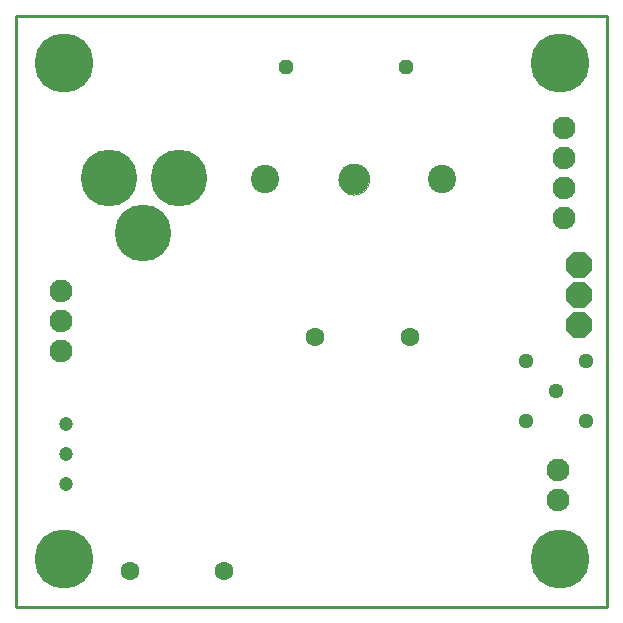
<source format=gbs>
G75*
%MOIN*%
%OFA0B0*%
%FSLAX24Y24*%
%IPPOS*%
%LPD*%
%AMOC8*
5,1,8,0,0,1.08239X$1,22.5*
%
%ADD10C,0.0100*%
%ADD11C,0.0472*%
%ADD12C,0.0630*%
%ADD13C,0.0760*%
%ADD14C,0.0945*%
%ADD15C,0.0000*%
%ADD16C,0.1024*%
%ADD17C,0.1890*%
%ADD18OC8,0.0480*%
%ADD19C,0.0512*%
%ADD20OC8,0.0850*%
%ADD21C,0.1969*%
D10*
X000150Y000150D02*
X000150Y019835D01*
X019835Y019835D01*
X019835Y000150D01*
X000150Y000150D01*
D11*
X001821Y004241D03*
X001821Y005241D03*
X001821Y006241D03*
D12*
X003930Y001335D03*
X007079Y001335D03*
X010119Y009142D03*
X013268Y009142D03*
D13*
X018200Y004700D03*
X018200Y003700D03*
X018400Y013100D03*
X018400Y014100D03*
X018400Y015100D03*
X018400Y016100D03*
X001638Y010670D03*
X001638Y009670D03*
X001638Y008670D03*
D14*
X008447Y014400D03*
X014353Y014400D03*
D15*
X010888Y014400D02*
X010890Y014445D01*
X010896Y014489D01*
X010905Y014533D01*
X010919Y014575D01*
X010936Y014616D01*
X010957Y014656D01*
X010981Y014694D01*
X011008Y014729D01*
X011038Y014762D01*
X011071Y014792D01*
X011106Y014819D01*
X011144Y014843D01*
X011184Y014864D01*
X011225Y014881D01*
X011267Y014895D01*
X011311Y014904D01*
X011355Y014910D01*
X011400Y014912D01*
X011445Y014910D01*
X011489Y014904D01*
X011533Y014895D01*
X011575Y014881D01*
X011616Y014864D01*
X011656Y014843D01*
X011694Y014819D01*
X011729Y014792D01*
X011762Y014762D01*
X011792Y014729D01*
X011819Y014694D01*
X011843Y014656D01*
X011864Y014616D01*
X011881Y014575D01*
X011895Y014533D01*
X011904Y014489D01*
X011910Y014445D01*
X011912Y014400D01*
X011910Y014355D01*
X011904Y014311D01*
X011895Y014267D01*
X011881Y014225D01*
X011864Y014184D01*
X011843Y014144D01*
X011819Y014106D01*
X011792Y014071D01*
X011762Y014038D01*
X011729Y014008D01*
X011694Y013981D01*
X011656Y013957D01*
X011616Y013936D01*
X011575Y013919D01*
X011533Y013905D01*
X011489Y013896D01*
X011445Y013890D01*
X011400Y013888D01*
X011355Y013890D01*
X011311Y013896D01*
X011267Y013905D01*
X011225Y013919D01*
X011184Y013936D01*
X011144Y013957D01*
X011106Y013981D01*
X011071Y014008D01*
X011038Y014038D01*
X011008Y014071D01*
X010981Y014106D01*
X010957Y014144D01*
X010936Y014184D01*
X010919Y014225D01*
X010905Y014267D01*
X010896Y014311D01*
X010890Y014355D01*
X010888Y014400D01*
D16*
X011400Y014400D03*
D17*
X005557Y014439D03*
X004376Y012589D03*
X003235Y014439D03*
D18*
X009150Y018150D03*
X013150Y018150D03*
D19*
X017150Y008350D03*
X018150Y007350D03*
X017150Y006350D03*
X019150Y006350D03*
X019150Y008350D03*
D20*
X018900Y009550D03*
X018900Y010550D03*
X018900Y011550D03*
D21*
X018260Y018260D03*
X018260Y001725D03*
X001725Y001725D03*
X001725Y018260D03*
M02*

</source>
